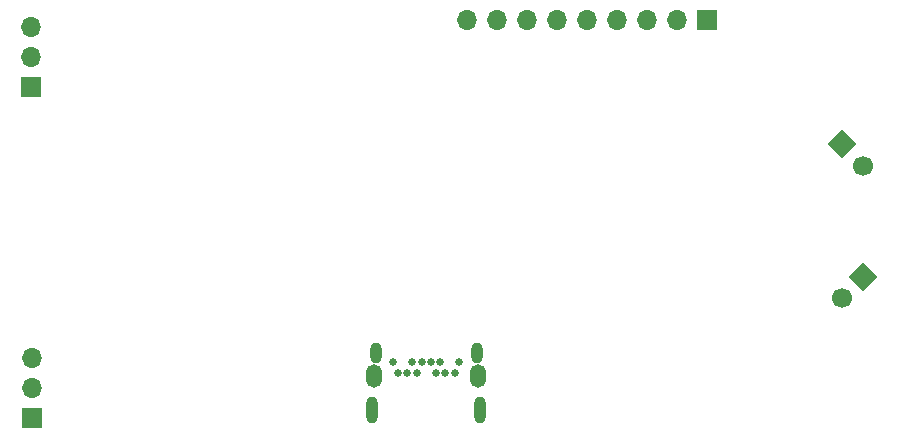
<source format=gbr>
%TF.GenerationSoftware,KiCad,Pcbnew,8.0.1*%
%TF.CreationDate,2024-03-30T16:51:40-04:00*%
%TF.ProjectId,pulp,70756c70-2e6b-4696-9361-645f70636258,rev?*%
%TF.SameCoordinates,Original*%
%TF.FileFunction,Soldermask,Bot*%
%TF.FilePolarity,Negative*%
%FSLAX46Y46*%
G04 Gerber Fmt 4.6, Leading zero omitted, Abs format (unit mm)*
G04 Created by KiCad (PCBNEW 8.0.1) date 2024-03-30 16:51:40*
%MOMM*%
%LPD*%
G01*
G04 APERTURE LIST*
G04 Aperture macros list*
%AMHorizOval*
0 Thick line with rounded ends*
0 $1 width*
0 $2 $3 position (X,Y) of the first rounded end (center of the circle)*
0 $4 $5 position (X,Y) of the second rounded end (center of the circle)*
0 Add line between two ends*
20,1,$1,$2,$3,$4,$5,0*
0 Add two circle primitives to create the rounded ends*
1,1,$1,$2,$3*
1,1,$1,$4,$5*%
%AMRotRect*
0 Rectangle, with rotation*
0 The origin of the aperture is its center*
0 $1 length*
0 $2 width*
0 $3 Rotation angle, in degrees counterclockwise*
0 Add horizontal line*
21,1,$1,$2,0,0,$3*%
G04 Aperture macros list end*
%ADD10O,1.700000X1.700000*%
%ADD11R,1.700000X1.700000*%
%ADD12HorizOval,1.700000X0.000000X0.000000X0.000000X0.000000X0*%
%ADD13RotRect,1.700000X1.700000X45.000000*%
%ADD14O,0.950000X2.280000*%
%ADD15O,1.330000X1.980000*%
%ADD16O,0.950000X1.800000*%
%ADD17C,0.650000*%
%ADD18RotRect,1.700000X1.700000X315.000000*%
%ADD19HorizOval,1.700000X0.000000X0.000000X0.000000X0.000000X0*%
G04 APERTURE END LIST*
D10*
%TO.C,J5*%
X37375000Y-46445000D03*
X37375000Y-48985000D03*
D11*
X37375000Y-51525000D03*
%TD*%
D10*
%TO.C,J6*%
X74285000Y-45905000D03*
X76825000Y-45905000D03*
X79365000Y-45905000D03*
X81905000Y-45905000D03*
X84445000Y-45905000D03*
X86985000Y-45905000D03*
X89525000Y-45905000D03*
X92065000Y-45905000D03*
D11*
X94605000Y-45905000D03*
%TD*%
D10*
%TO.C,J4*%
X37405000Y-74445000D03*
X37405000Y-76985000D03*
D11*
X37405000Y-79525000D03*
%TD*%
D12*
%TO.C,J3*%
X107800898Y-58188082D03*
D13*
X106004847Y-56392031D03*
%TD*%
D14*
%TO.C,J7*%
X75375000Y-78910000D03*
D15*
X75190000Y-76000000D03*
D16*
X75095000Y-74020000D03*
X66505000Y-74020000D03*
D15*
X66410000Y-76000000D03*
D14*
X66225000Y-78910000D03*
D17*
X68000000Y-74850000D03*
X68400000Y-75750000D03*
X69200000Y-75750000D03*
X69600000Y-74850000D03*
X70000000Y-75750000D03*
X70400000Y-74850000D03*
X71200000Y-74850000D03*
X71600000Y-75750000D03*
X72000000Y-74850000D03*
X72400000Y-75750000D03*
X73200000Y-75750000D03*
X73600000Y-74850000D03*
%TD*%
D18*
%TO.C,J2*%
X107807969Y-67604847D03*
D19*
X106011918Y-69400898D03*
%TD*%
M02*

</source>
